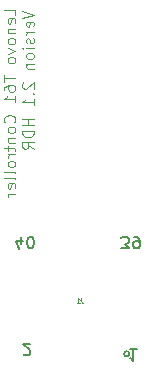
<source format=gbr>
G04 #@! TF.GenerationSoftware,KiCad,Pcbnew,(5.1.0)-1*
G04 #@! TF.CreationDate,2020-11-17T16:37:49-05:00*
G04 #@! TF.ProjectId,T61_LC_Scanner,5436315f-4c43-45f5-9363-616e6e65722e,rev?*
G04 #@! TF.SameCoordinates,Original*
G04 #@! TF.FileFunction,Legend,Bot*
G04 #@! TF.FilePolarity,Positive*
%FSLAX46Y46*%
G04 Gerber Fmt 4.6, Leading zero omitted, Abs format (unit mm)*
G04 Created by KiCad (PCBNEW (5.1.0)-1) date 2020-11-17 16:37:49*
%MOMM*%
%LPD*%
G04 APERTURE LIST*
%ADD10C,0.150000*%
%ADD11C,0.081280*%
%ADD12C,0.127000*%
%ADD13C,0.032512*%
G04 APERTURE END LIST*
D10*
X128202725Y-110104460D02*
X128250344Y-110152080D01*
X128345582Y-110199699D01*
X128583678Y-110199699D01*
X128678916Y-110152080D01*
X128726535Y-110104460D01*
X128774154Y-110009222D01*
X128774154Y-109913984D01*
X128726535Y-109771127D01*
X128155106Y-109199699D01*
X128774154Y-109199699D01*
X137770484Y-109699699D02*
X137199056Y-109699699D01*
X137484770Y-109699699D02*
X137484770Y-110699699D01*
X137389532Y-110556841D01*
X137294294Y-110461603D01*
X137199056Y-110413984D01*
X136475797Y-101144219D02*
X137094844Y-101144219D01*
X136761511Y-100763266D01*
X136904368Y-100763266D01*
X136999606Y-100715647D01*
X137047225Y-100668028D01*
X137094844Y-100572790D01*
X137094844Y-100334695D01*
X137047225Y-100239457D01*
X136999606Y-100191838D01*
X136904368Y-100144219D01*
X136618654Y-100144219D01*
X136523416Y-100191838D01*
X136475797Y-100239457D01*
X137571035Y-100144219D02*
X137761511Y-100144219D01*
X137856749Y-100191838D01*
X137904368Y-100239457D01*
X137999606Y-100382314D01*
X138047225Y-100572790D01*
X138047225Y-100953742D01*
X137999606Y-101048980D01*
X137951987Y-101096600D01*
X137856749Y-101144219D01*
X137666273Y-101144219D01*
X137571035Y-101096600D01*
X137523416Y-101048980D01*
X137475797Y-100953742D01*
X137475797Y-100715647D01*
X137523416Y-100620409D01*
X137571035Y-100572790D01*
X137666273Y-100525171D01*
X137856749Y-100525171D01*
X137951987Y-100572790D01*
X137999606Y-100620409D01*
X138047225Y-100715647D01*
X128013086Y-100810885D02*
X128013086Y-100144219D01*
X127774991Y-101191838D02*
X127536896Y-100477552D01*
X128155943Y-100477552D01*
X128727372Y-101144219D02*
X128822610Y-101144219D01*
X128917848Y-101096600D01*
X128965467Y-101048980D01*
X129013086Y-100953742D01*
X129060705Y-100763266D01*
X129060705Y-100525171D01*
X129013086Y-100334695D01*
X128965467Y-100239457D01*
X128917848Y-100191838D01*
X128822610Y-100144219D01*
X128727372Y-100144219D01*
X128632134Y-100191838D01*
X128584515Y-100239457D01*
X128536896Y-100334695D01*
X128489277Y-100525171D01*
X128489277Y-100763266D01*
X128536896Y-100953742D01*
X128584515Y-101048980D01*
X128632134Y-101096600D01*
X128727372Y-101144219D01*
D11*
X127497598Y-81378310D02*
X127497598Y-80918691D01*
X126532398Y-80918691D01*
X127451636Y-82067739D02*
X127497598Y-81975815D01*
X127497598Y-81791967D01*
X127451636Y-81700043D01*
X127359712Y-81654082D01*
X126992017Y-81654082D01*
X126900093Y-81700043D01*
X126854131Y-81791967D01*
X126854131Y-81975815D01*
X126900093Y-82067739D01*
X126992017Y-82113701D01*
X127083940Y-82113701D01*
X127175864Y-81654082D01*
X126854131Y-82527358D02*
X127497598Y-82527358D01*
X126946055Y-82527358D02*
X126900093Y-82573320D01*
X126854131Y-82665243D01*
X126854131Y-82803129D01*
X126900093Y-82895053D01*
X126992017Y-82941015D01*
X127497598Y-82941015D01*
X127497598Y-83538520D02*
X127451636Y-83446596D01*
X127405674Y-83400634D01*
X127313750Y-83354672D01*
X127037979Y-83354672D01*
X126946055Y-83400634D01*
X126900093Y-83446596D01*
X126854131Y-83538520D01*
X126854131Y-83676405D01*
X126900093Y-83768329D01*
X126946055Y-83814291D01*
X127037979Y-83860253D01*
X127313750Y-83860253D01*
X127405674Y-83814291D01*
X127451636Y-83768329D01*
X127497598Y-83676405D01*
X127497598Y-83538520D01*
X126854131Y-84181986D02*
X127497598Y-84411796D01*
X126854131Y-84641605D01*
X127497598Y-85147186D02*
X127451636Y-85055262D01*
X127405674Y-85009301D01*
X127313750Y-84963339D01*
X127037979Y-84963339D01*
X126946055Y-85009301D01*
X126900093Y-85055262D01*
X126854131Y-85147186D01*
X126854131Y-85285072D01*
X126900093Y-85376996D01*
X126946055Y-85422958D01*
X127037979Y-85468920D01*
X127313750Y-85468920D01*
X127405674Y-85422958D01*
X127451636Y-85376996D01*
X127497598Y-85285072D01*
X127497598Y-85147186D01*
X126532398Y-86480082D02*
X126532398Y-87031624D01*
X127497598Y-86755853D02*
X126532398Y-86755853D01*
X126532398Y-87767015D02*
X126532398Y-87583167D01*
X126578360Y-87491243D01*
X126624321Y-87445282D01*
X126762207Y-87353358D01*
X126946055Y-87307396D01*
X127313750Y-87307396D01*
X127405674Y-87353358D01*
X127451636Y-87399320D01*
X127497598Y-87491243D01*
X127497598Y-87675091D01*
X127451636Y-87767015D01*
X127405674Y-87812977D01*
X127313750Y-87858939D01*
X127083940Y-87858939D01*
X126992017Y-87812977D01*
X126946055Y-87767015D01*
X126900093Y-87675091D01*
X126900093Y-87491243D01*
X126946055Y-87399320D01*
X126992017Y-87353358D01*
X127083940Y-87307396D01*
X127497598Y-88778177D02*
X127497598Y-88226634D01*
X127497598Y-88502405D02*
X126532398Y-88502405D01*
X126670283Y-88410482D01*
X126762207Y-88318558D01*
X126808169Y-88226634D01*
X127405674Y-90478767D02*
X127451636Y-90432805D01*
X127497598Y-90294920D01*
X127497598Y-90202996D01*
X127451636Y-90065110D01*
X127359712Y-89973186D01*
X127267788Y-89927224D01*
X127083940Y-89881262D01*
X126946055Y-89881262D01*
X126762207Y-89927224D01*
X126670283Y-89973186D01*
X126578360Y-90065110D01*
X126532398Y-90202996D01*
X126532398Y-90294920D01*
X126578360Y-90432805D01*
X126624321Y-90478767D01*
X127497598Y-91030310D02*
X127451636Y-90938386D01*
X127405674Y-90892424D01*
X127313750Y-90846462D01*
X127037979Y-90846462D01*
X126946055Y-90892424D01*
X126900093Y-90938386D01*
X126854131Y-91030310D01*
X126854131Y-91168196D01*
X126900093Y-91260120D01*
X126946055Y-91306082D01*
X127037979Y-91352043D01*
X127313750Y-91352043D01*
X127405674Y-91306082D01*
X127451636Y-91260120D01*
X127497598Y-91168196D01*
X127497598Y-91030310D01*
X126854131Y-91765701D02*
X127497598Y-91765701D01*
X126946055Y-91765701D02*
X126900093Y-91811662D01*
X126854131Y-91903586D01*
X126854131Y-92041472D01*
X126900093Y-92133396D01*
X126992017Y-92179358D01*
X127497598Y-92179358D01*
X126854131Y-92501091D02*
X126854131Y-92868786D01*
X126532398Y-92638977D02*
X127359712Y-92638977D01*
X127451636Y-92684939D01*
X127497598Y-92776862D01*
X127497598Y-92868786D01*
X127497598Y-93190520D02*
X126854131Y-93190520D01*
X127037979Y-93190520D02*
X126946055Y-93236482D01*
X126900093Y-93282443D01*
X126854131Y-93374367D01*
X126854131Y-93466291D01*
X127497598Y-93925910D02*
X127451636Y-93833986D01*
X127405674Y-93788024D01*
X127313750Y-93742062D01*
X127037979Y-93742062D01*
X126946055Y-93788024D01*
X126900093Y-93833986D01*
X126854131Y-93925910D01*
X126854131Y-94063796D01*
X126900093Y-94155720D01*
X126946055Y-94201682D01*
X127037979Y-94247643D01*
X127313750Y-94247643D01*
X127405674Y-94201682D01*
X127451636Y-94155720D01*
X127497598Y-94063796D01*
X127497598Y-93925910D01*
X127497598Y-94799186D02*
X127451636Y-94707262D01*
X127359712Y-94661301D01*
X126532398Y-94661301D01*
X127497598Y-95304767D02*
X127451636Y-95212843D01*
X127359712Y-95166882D01*
X126532398Y-95166882D01*
X127451636Y-96040158D02*
X127497598Y-95948234D01*
X127497598Y-95764386D01*
X127451636Y-95672462D01*
X127359712Y-95626501D01*
X126992017Y-95626501D01*
X126900093Y-95672462D01*
X126854131Y-95764386D01*
X126854131Y-95948234D01*
X126900093Y-96040158D01*
X126992017Y-96086120D01*
X127083940Y-96086120D01*
X127175864Y-95626501D01*
X127497598Y-96499777D02*
X126854131Y-96499777D01*
X127037979Y-96499777D02*
X126946055Y-96545739D01*
X126900093Y-96591701D01*
X126854131Y-96683624D01*
X126854131Y-96775548D01*
X128091958Y-81018355D02*
X129057158Y-81340089D01*
X128091958Y-81661822D01*
X129011196Y-82351251D02*
X129057158Y-82259327D01*
X129057158Y-82075479D01*
X129011196Y-81983555D01*
X128919272Y-81937593D01*
X128551577Y-81937593D01*
X128459653Y-81983555D01*
X128413691Y-82075479D01*
X128413691Y-82259327D01*
X128459653Y-82351251D01*
X128551577Y-82397212D01*
X128643500Y-82397212D01*
X128735424Y-81937593D01*
X129057158Y-82810870D02*
X128413691Y-82810870D01*
X128597539Y-82810870D02*
X128505615Y-82856832D01*
X128459653Y-82902793D01*
X128413691Y-82994717D01*
X128413691Y-83086641D01*
X129011196Y-83362412D02*
X129057158Y-83454336D01*
X129057158Y-83638184D01*
X129011196Y-83730108D01*
X128919272Y-83776070D01*
X128873310Y-83776070D01*
X128781386Y-83730108D01*
X128735424Y-83638184D01*
X128735424Y-83500298D01*
X128689462Y-83408374D01*
X128597539Y-83362412D01*
X128551577Y-83362412D01*
X128459653Y-83408374D01*
X128413691Y-83500298D01*
X128413691Y-83638184D01*
X128459653Y-83730108D01*
X129057158Y-84189727D02*
X128413691Y-84189727D01*
X128091958Y-84189727D02*
X128137920Y-84143765D01*
X128183881Y-84189727D01*
X128137920Y-84235689D01*
X128091958Y-84189727D01*
X128183881Y-84189727D01*
X129057158Y-84787232D02*
X129011196Y-84695308D01*
X128965234Y-84649346D01*
X128873310Y-84603384D01*
X128597539Y-84603384D01*
X128505615Y-84649346D01*
X128459653Y-84695308D01*
X128413691Y-84787232D01*
X128413691Y-84925117D01*
X128459653Y-85017041D01*
X128505615Y-85063003D01*
X128597539Y-85108965D01*
X128873310Y-85108965D01*
X128965234Y-85063003D01*
X129011196Y-85017041D01*
X129057158Y-84925117D01*
X129057158Y-84787232D01*
X128413691Y-85522622D02*
X129057158Y-85522622D01*
X128505615Y-85522622D02*
X128459653Y-85568584D01*
X128413691Y-85660508D01*
X128413691Y-85798393D01*
X128459653Y-85890317D01*
X128551577Y-85936279D01*
X129057158Y-85936279D01*
X128183881Y-87085327D02*
X128137920Y-87131289D01*
X128091958Y-87223212D01*
X128091958Y-87453022D01*
X128137920Y-87544946D01*
X128183881Y-87590908D01*
X128275805Y-87636870D01*
X128367729Y-87636870D01*
X128505615Y-87590908D01*
X129057158Y-87039365D01*
X129057158Y-87636870D01*
X128965234Y-88050527D02*
X129011196Y-88096489D01*
X129057158Y-88050527D01*
X129011196Y-88004565D01*
X128965234Y-88050527D01*
X129057158Y-88050527D01*
X129057158Y-89015727D02*
X129057158Y-88464184D01*
X129057158Y-88739955D02*
X128091958Y-88739955D01*
X128229843Y-88648032D01*
X128321767Y-88556108D01*
X128367729Y-88464184D01*
X129057158Y-90164774D02*
X128091958Y-90164774D01*
X128551577Y-90164774D02*
X128551577Y-90716317D01*
X129057158Y-90716317D02*
X128091958Y-90716317D01*
X129057158Y-91175936D02*
X128091958Y-91175936D01*
X128091958Y-91405746D01*
X128137920Y-91543632D01*
X128229843Y-91635555D01*
X128321767Y-91681517D01*
X128505615Y-91727479D01*
X128643500Y-91727479D01*
X128827348Y-91681517D01*
X128919272Y-91635555D01*
X129011196Y-91543632D01*
X129057158Y-91405746D01*
X129057158Y-91175936D01*
X129057158Y-92692679D02*
X128597539Y-92370946D01*
X129057158Y-92141136D02*
X128091958Y-92141136D01*
X128091958Y-92508832D01*
X128137920Y-92600755D01*
X128183881Y-92646717D01*
X128275805Y-92692679D01*
X128413691Y-92692679D01*
X128505615Y-92646717D01*
X128551577Y-92600755D01*
X128597539Y-92508832D01*
X128597539Y-92141136D01*
D12*
X137147606Y-110070000D02*
G75*
G03X137147606Y-110070000I-223606J0D01*
G01*
D13*
X133099671Y-105361775D02*
X133099671Y-105637546D01*
X133118056Y-105692700D01*
X133154826Y-105729470D01*
X133209980Y-105747855D01*
X133246749Y-105747855D01*
X132713591Y-105747855D02*
X132934208Y-105747855D01*
X132823900Y-105747855D02*
X132823900Y-105361775D01*
X132860669Y-105416929D01*
X132897439Y-105453699D01*
X132934208Y-105472083D01*
M02*

</source>
